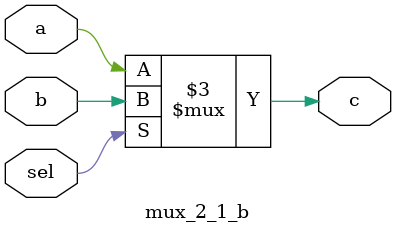
<source format=v>
module mux_2_1_b (
    input sel,
    input  a,
    input  b,
    output c
);

    always @(a or b or sel) begin
        if (sel)
            c = b;  // If sel is high, output b
        else
            c = a;  // If sel is low, output a
    end

endmodule

</source>
